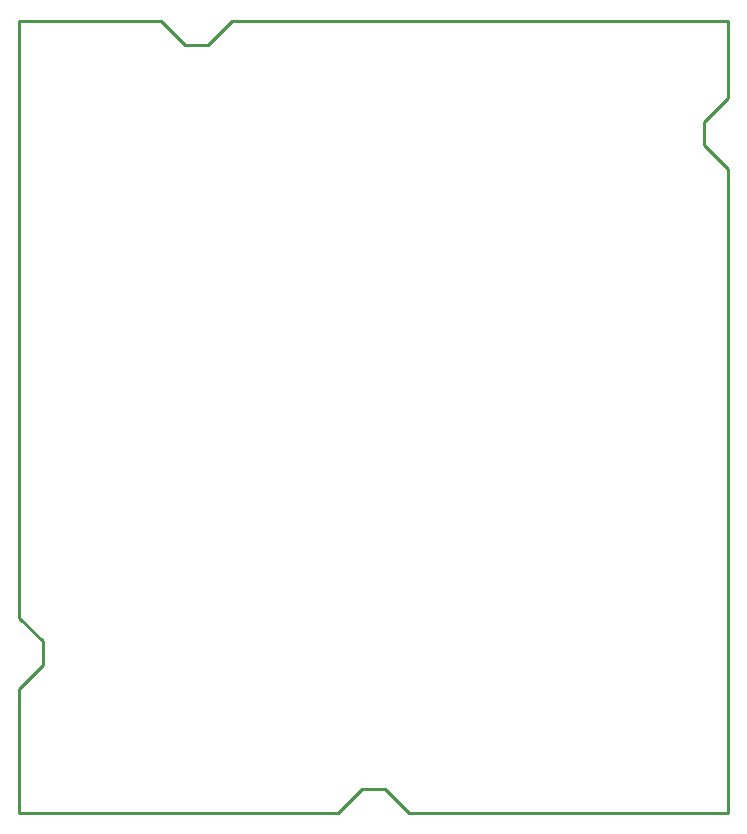
<source format=gbr>
G04 start of page 4 for group 2 idx 4 *
G04 Title: (unknown), outline *
G04 Creator: pcb 1.99z *
G04 CreationDate: Thu 09 Sep 2010 15:44:30 GMT UTC *
G04 For: rbarlow *
G04 Format: Gerber/RS-274X *
G04 PCB-Dimensions: 236220 263780 *
G04 PCB-Coordinate-Origin: lower left *
%MOIN*%
%FSLAX25Y25*%
%LNOUTLINE*%
%ADD12C,0.0100*%
G54D12*X236220Y214567D02*Y0D01*
X129922D01*
X122047Y7874D01*
X114173D01*
X106299Y0D01*
X0D01*
Y41338D01*
X7874Y49213D01*
Y57087D01*
X0Y64961D01*
Y263780D01*
X70866D02*X236220D01*
Y238188D01*
X228346Y230315D01*
X0Y263780D02*X47244D01*
X55118Y255906D01*
X62992D01*
X70866Y263780D01*
X228346Y230315D02*Y222441D01*
X236220Y214567D01*
M02*

</source>
